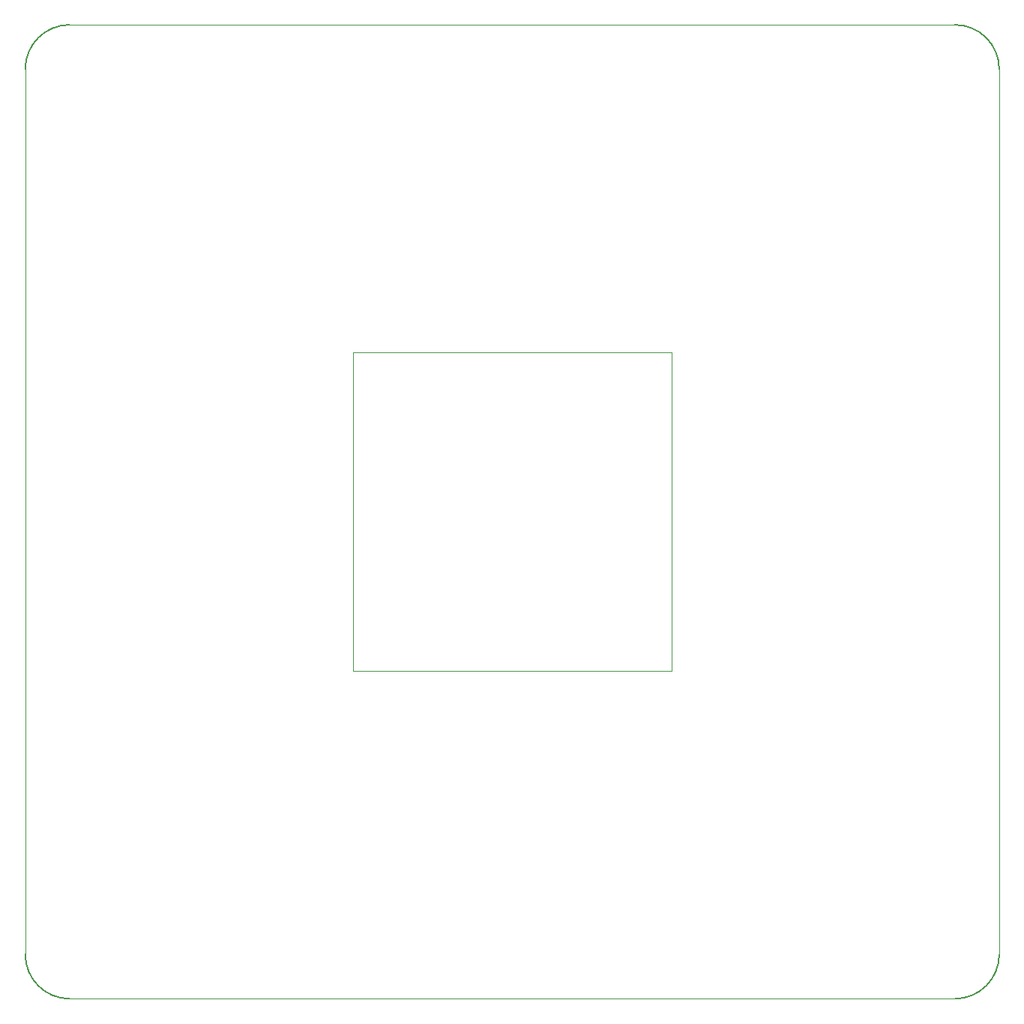
<source format=gbr>
%TF.GenerationSoftware,KiCad,Pcbnew,(6.0.5)*%
%TF.CreationDate,2022-06-16T08:04:58-07:00*%
%TF.ProjectId,LED,4c45442e-6b69-4636-9164-5f7063625858,rev?*%
%TF.SameCoordinates,Original*%
%TF.FileFunction,Profile,NP*%
%FSLAX46Y46*%
G04 Gerber Fmt 4.6, Leading zero omitted, Abs format (unit mm)*
G04 Created by KiCad (PCBNEW (6.0.5)) date 2022-06-16 08:04:58*
%MOMM*%
%LPD*%
G01*
G04 APERTURE LIST*
%TA.AperFunction,Profile*%
%ADD10C,0.100000*%
%TD*%
%TA.AperFunction,Profile*%
%ADD11C,0.200000*%
%TD*%
G04 APERTURE END LIST*
D10*
X132000000Y-82000000D02*
X168000000Y-82000000D01*
D11*
X199999995Y-154999995D02*
G75*
G03*
X204999995Y-149999997I5J4999995D01*
G01*
D10*
X94999995Y-49999997D02*
X94999995Y-149999997D01*
D11*
X95000003Y-149999997D02*
G75*
G03*
X99999995Y-154999997I4999997J-3D01*
G01*
D10*
X204999995Y-149999997D02*
X204999995Y-49999997D01*
X132000000Y-118000000D02*
X132000000Y-82000000D01*
X168000000Y-118000000D02*
X132000000Y-118000000D01*
X99999995Y-154999997D02*
X199999995Y-154999997D01*
D11*
X205000003Y-49999997D02*
G75*
G03*
X199999995Y-44999997I-5000003J-3D01*
G01*
D10*
X199999995Y-44999997D02*
X99999995Y-44999997D01*
D11*
X99999995Y-44999995D02*
G75*
G03*
X94999995Y-49999997I5J-5000005D01*
G01*
D10*
X168000000Y-82000000D02*
X168000000Y-118000000D01*
M02*

</source>
